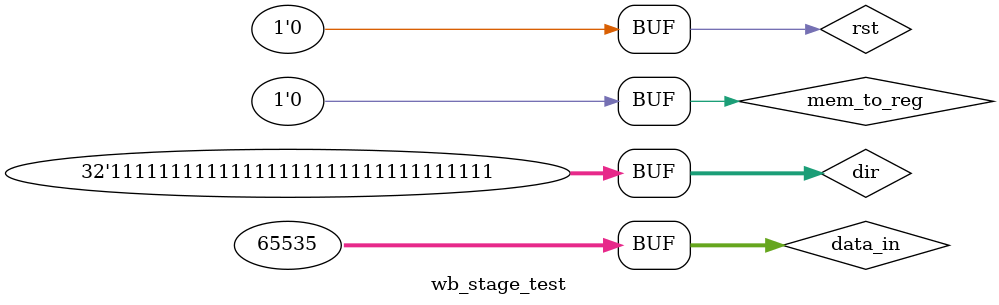
<source format=v>
`timescale 1ns / 1ps


module wb_stage_test;

	// Inputs
	reg rst;
	reg mem_to_reg;
	reg [31:0] data_in;
	reg [31:0] dir;

	// Outputs
	wire [31:0] data_out;

	// Instantiate the Unit Under Test (UUT)
	wb_stage uut (
		.rst(rst),
		.mem_to_reg(mem_to_reg), 
		.data_in(data_in), 
		.dir(dir), 
		.data_out(data_out)
	);

	initial begin
		// Initialize Inputs
		rst = 1;
		mem_to_reg = 0;
		data_in = 0;
		dir = 0;
		#100;
		rst = 0;
		#100;
		mem_to_reg = 0;
		data_in = 32'b10101010101010101010101010101010;
		dir = 1;

		// Wait 100 ns for global reset to finish
		#100;
		mem_to_reg = 1;
		#100;
		data_in = 65535;
		#100;
      mem_to_reg = 0;  
		#100;
		dir = 32'b11111111111111111111111111111111;
		// Add stimulus here

	end
      
endmodule


</source>
